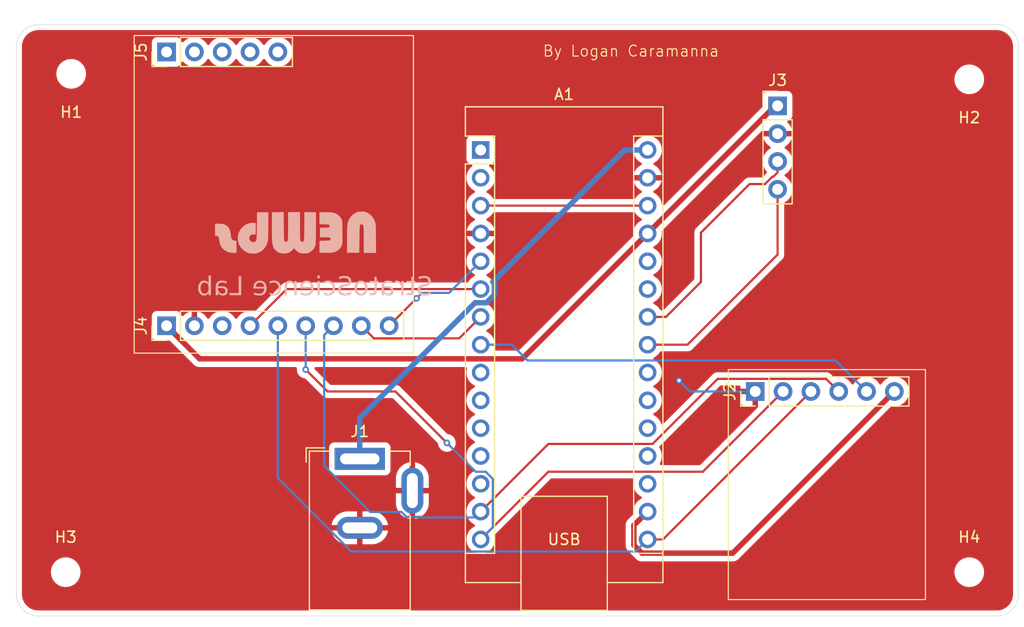
<source format=kicad_pcb>
(kicad_pcb (version 20241229) (generator "pcbnew") (generator_version "9.0")
  (layers (0 "F.Cu" signal) (2 "B.Cu" signal) (13 "F.Paste" user) (15 "B.Paste" user) (5 "F.SilkS" user "F.Silkscreen") (7 "B.SilkS" user "B.Silkscreen") (1 "F.Mask" user) (3 "B.Mask" user) (25 "Edge.Cuts" user))
  (net 0 "")
  (net 1 "Earth")
  (net 2 "/A3")
  (net 3 "/~{RESET}")
  (net 4 "/D10")
  (net 5 "/NANO_VIN")
  (net 6 "+3.3V")
  (net 7 "/LORA_RST")
  (net 8 "/G0")
  (net 9 "/D6")
  (net 10 "/D8")
  (net 11 "/D9")
  (net 12 "/SCK")
  (net 13 "/A7")
  (net 14 "/D0{slash}RX")
  (net 15 "/A2")
  (net 16 "/AREF")
  (net 17 "/D1{slash}TX")
  (net 18 "/BME_SCL")
  (net 19 "+5V")
  (net 20 "/LORA_CS")
  (net 21 "/D7")
  (net 22 "/BME_SDA")
  (net 23 "/A1")
  (net 24 "/MOSI")
  (net 25 "/A6")
  (net 26 "/SD_CS")
  (net 27 "/MISO")
  (net 28 "/A0")
  (footprint "Connector_PinHeader_2.54mm:PinHeader_1x06_P2.54mm_Vertical" (layer "F.Cu") (at 164.96 104.5 90)
    (property "Reference" "J2" (at 0 -2.33 90) (layer "F.SilkS"))
    (property "Value" "SD Card")
    (fp_line (start -1.33 -1.33) (end 0 -1.33) (stroke (width 0.12)) (layer "F.SilkS"))
    (fp_line (start -1.33 0) (end -1.33 -1.33) (stroke (width 0.12)) (layer "F.SilkS"))
    (fp_line (start 1.33 1.27) (end 1.33 14.03) (stroke (width 0.12)) (layer "F.SilkS"))
    (fp_line (start -1.33 1.27) (end 1.33 1.27) (stroke (width 0.12)) (layer "F.SilkS"))
    (fp_line (start -1.33 1.27) (end -1.33 14.03) (stroke (width 0.12)) (layer "F.SilkS"))
    (fp_line (start -1.33 14.03) (end 1.33 14.03) (stroke (width 0.12)) (layer "F.SilkS"))
    (pad "1" thru_hole rect (at 0 0 90) (size 1.7 1.7) (drill 1) (layers "*.Cu" "*.Mask") (net 1 "Earth"))
    (pad "2" thru_hole oval (at 0 2.54 90) (size 1.7 1.7) (drill 1) (layers "*.Cu" "*.Mask") (net 27 "/MISO"))
    (pad "3" thru_hole oval (at 0 5.08 90) (size 1.7 1.7) (drill 1) (layers "*.Cu" "*.Mask") (net 12 "/SCK"))
    (pad "4" thru_hole oval (at 0 7.62 90) (size 1.7 1.7) (drill 1) (layers "*.Cu" "*.Mask") (net 24 "/MOSI"))
    (pad "5" thru_hole oval (at 0 10.16 90) (size 1.7 1.7) (drill 1) (layers "*.Cu" "*.Mask") (net 26 "/SD_CS"))
    (pad "6" thru_hole oval (at 0 12.7 90) (size 1.7 1.7) (drill 1) (layers "*.Cu" "*.Mask") (net 6 "+3.3V"))
  )
  (footprint "Module:Arduino_Nano" (layer "F.Cu") (at 139.89 82.45)
    (property "Reference" "A1" (at 7.62 -5.08 0) (layer "F.SilkS"))
    (property "Value" "Arduino Nano v3")
    (fp_line (start -1.4 -3.94) (end -1.4 -1.27) (stroke (width 0.12)) (layer "F.SilkS"))
    (fp_line (start -1.4 1.27) (end -1.4 39.5) (stroke (width 0.12)) (layer "F.SilkS"))
    (fp_line (start -1.4 39.5) (end 3.68 39.5) (stroke (width 0.12)) (layer "F.SilkS"))
    (fp_line (start 1.27 -1.27) (end -1.4 -1.27) (stroke (width 0.12)) (layer "F.SilkS"))
    (fp_line (start 1.27 1.27) (end -1.4 1.27) (stroke (width 0.12)) (layer "F.SilkS"))
    (fp_line (start 1.27 1.27) (end 1.27 -1.27) (stroke (width 0.12)) (layer "F.SilkS"))
    (fp_line (start 1.27 1.27) (end 1.27 36.83) (stroke (width 0.12)) (layer "F.SilkS"))
    (fp_line (start 1.27 36.83) (end -1.4 36.83) (stroke (width 0.12)) (layer "F.SilkS"))
    (fp_line (start 3.68 31.62) (end 11.56 31.62) (stroke (width 0.12)) (layer "F.SilkS"))
    (fp_line (start 3.68 42.04) (end 3.68 31.62) (stroke (width 0.12)) (layer "F.SilkS"))
    (fp_line (start 11.56 31.62) (end 11.56 42.04) (stroke (width 0.12)) (layer "F.SilkS"))
    (fp_line (start 11.56 42.04) (end 3.68 42.04) (stroke (width 0.12)) (layer "F.SilkS"))
    (fp_line (start 13.97 -1.27) (end 13.97 36.83) (stroke (width 0.12)) (layer "F.SilkS"))
    (fp_line (start 13.97 -1.27) (end 16.64 -1.27) (stroke (width 0.12)) (layer "F.SilkS"))
    (fp_line (start 13.97 36.83) (end 16.64 36.83) (stroke (width 0.12)) (layer "F.SilkS"))
    (fp_line (start 16.64 -3.94) (end -1.4 -3.94) (stroke (width 0.12)) (layer "F.SilkS"))
    (fp_line (start 16.64 39.5) (end 11.56 39.5) (stroke (width 0.12)) (layer "F.SilkS"))
    (fp_line (start 16.64 39.5) (end 16.64 -3.94) (stroke (width 0.12)) (layer "F.SilkS"))
    (fp_text user "USB" (at 7.62 35.56 0) (layer "F.SilkS"))
    (pad "1" thru_hole rect (at 0 0) (size 1.6 1.6) (drill 1) (layers "*.Cu" "*.Mask") (net 17 "/D1{slash}TX"))
    (pad "2" thru_hole oval (at 0 2.54) (size 1.6 1.6) (drill 1) (layers "*.Cu" "*.Mask") (net 14 "/D0{slash}RX"))
    (pad "3" thru_hole oval (at 0 5.08) (size 1.6 1.6) (drill 1) (layers "*.Cu" "*.Mask") (net 3 "/~{RESET}"))
    (pad "4" thru_hole oval (at 0 7.62) (size 1.6 1.6) (drill 1) (layers "*.Cu" "*.Mask") (net 1 "Earth"))
    (pad "5" thru_hole oval (at 0 10.16) (size 1.6 1.6) (drill 1) (layers "*.Cu" "*.Mask") (net 7 "/LORA_RST"))
    (pad "6" thru_hole oval (at 0 12.7) (size 1.6 1.6) (drill 1) (layers "*.Cu" "*.Mask") (net 8 "/G0"))
    (pad "7" thru_hole oval (at 0 15.24) (size 1.6 1.6) (drill 1) (layers "*.Cu" "*.Mask") (net 20 "/LORA_CS"))
    (pad "8" thru_hole oval (at 0 17.78) (size 1.6 1.6) (drill 1) (layers "*.Cu" "*.Mask") (net 26 "/SD_CS"))
    (pad "9" thru_hole oval (at 0 20.32) (size 1.6 1.6) (drill 1) (layers "*.Cu" "*.Mask") (net 9 "/D6"))
    (pad "10" thru_hole oval (at 0 22.86) (size 1.6 1.6) (drill 1) (layers "*.Cu" "*.Mask") (net 21 "/D7"))
    (pad "11" thru_hole oval (at 0 25.4) (size 1.6 1.6) (drill 1) (layers "*.Cu" "*.Mask") (net 10 "/D8"))
    (pad "12" thru_hole oval (at 0 27.94) (size 1.6 1.6) (drill 1) (layers "*.Cu" "*.Mask") (net 11 "/D9"))
    (pad "13" thru_hole oval (at 0 30.48) (size 1.6 1.6) (drill 1) (layers "*.Cu" "*.Mask") (net 4 "/D10"))
    (pad "14" thru_hole oval (at 0 33.02) (size 1.6 1.6) (drill 1) (layers "*.Cu" "*.Mask") (net 24 "/MOSI"))
    (pad "15" thru_hole oval (at 0 35.56) (size 1.6 1.6) (drill 1) (layers "*.Cu" "*.Mask") (net 27 "/MISO"))
    (pad "16" thru_hole oval (at 15.24 35.56) (size 1.6 1.6) (drill 1) (layers "*.Cu" "*.Mask") (net 12 "/SCK"))
    (pad "17" thru_hole oval (at 15.24 33.02) (size 1.6 1.6) (drill 1) (layers "*.Cu" "*.Mask") (net 6 "+3.3V"))
    (pad "18" thru_hole oval (at 15.24 30.48) (size 1.6 1.6) (drill 1) (layers "*.Cu" "*.Mask") (net 16 "/AREF"))
    (pad "19" thru_hole oval (at 15.24 27.94) (size 1.6 1.6) (drill 1) (layers "*.Cu" "*.Mask") (net 28 "/A0"))
    (pad "20" thru_hole oval (at 15.24 25.4) (size 1.6 1.6) (drill 1) (layers "*.Cu" "*.Mask") (net 23 "/A1"))
    (pad "21" thru_hole oval (at 15.24 22.86) (size 1.6 1.6) (drill 1) (layers "*.Cu" "*.Mask") (net 15 "/A2"))
    (pad "22" thru_hole oval (at 15.24 20.32) (size 1.6 1.6) (drill 1) (layers "*.Cu" "*.Mask") (net 2 "/A3"))
    (pad "23" thru_hole oval (at 15.24 17.78) (size 1.6 1.6) (drill 1) (layers "*.Cu" "*.Mask") (net 22 "/BME_SDA"))
    (pad "24" thru_hole oval (at 15.24 15.24) (size 1.6 1.6) (drill 1) (layers "*.Cu" "*.Mask") (net 18 "/BME_SCL"))
    (pad "25" thru_hole oval (at 15.24 12.7) (size 1.6 1.6) (drill 1) (layers "*.Cu" "*.Mask") (net 25 "/A6"))
    (pad "26" thru_hole oval (at 15.24 10.16) (size 1.6 1.6) (drill 1) (layers "*.Cu" "*.Mask") (net 13 "/A7"))
    (pad "27" thru_hole oval (at 15.24 7.62) (size 1.6 1.6) (drill 1) (layers "*.Cu" "*.Mask") (net 19 "+5V"))
    (pad "28" thru_hole oval (at 15.24 5.08) (size 1.6 1.6) (drill 1) (layers "*.Cu" "*.Mask") (net 3 "/~{RESET}"))
    (pad "29" thru_hole oval (at 15.24 2.54) (size 1.6 1.6) (drill 1) (layers "*.Cu" "*.Mask") (net 1 "Earth"))
    (pad "30" thru_hole oval (at 15.24 0) (size 1.6 1.6) (drill 1) (layers "*.Cu" "*.Mask") (net 5 "/NANO_VIN"))
  )
  (footprint "MountingHole:MountingHole_2.2mm_M2" (layer "F.Cu") (at 184.5 121)
    (property "Reference" "H4" (at 0 -3.2 0) (layer "F.SilkS"))
    (property "Value" "M2 Screwhole" (hide yes))
    (pad "" np_thru_hole circle (at 0 0) (size 2.2 2.2) (drill 2.2) (layers "*.Cu" "*.Mask"))
  )
  (footprint "Connector_PinHeader_2.54mm:PinHeader_1x09_P2.54mm_Vertical" (layer "F.Cu") (at 111.21 98.5 90)
    (property "Reference" "J4" (at 0 -2.33 90) (layer "F.SilkS"))
    (property "Value" "LoRa")
    (fp_line (start -1.33 -1.33) (end 0 -1.33) (stroke (width 0.12)) (layer "F.SilkS"))
    (fp_line (start -1.33 0) (end -1.33 -1.33) (stroke (width 0.12)) (layer "F.SilkS"))
    (fp_line (start 1.33 1.27) (end 1.33 21.65) (stroke (width 0.12)) (layer "F.SilkS"))
    (fp_line (start -1.33 1.27) (end 1.33 1.27) (stroke (width 0.12)) (layer "F.SilkS"))
    (fp_line (start -1.33 1.27) (end -1.33 21.65) (stroke (width 0.12)) (layer "F.SilkS"))
    (fp_line (start -1.33 21.65) (end 1.33 21.65) (stroke (width 0.12)) (layer "F.SilkS"))
    (pad "1" thru_hole rect (at 0 0 90) (size 1.7 1.7) (drill 1) (layers "*.Cu" "*.Mask") (net 19 "+5V"))
    (pad "2" thru_hole oval (at 0 2.54 90) (size 1.7 1.7) (drill 1) (layers "*.Cu" "*.Mask") (net 1 "Earth"))
    (pad "3" thru_hole oval (at 0 5.08 90) (size 1.7 1.7) (drill 1) (layers "*.Cu" "*.Mask"))
    (pad "4" thru_hole oval (at 0 7.62 90) (size 1.7 1.7) (drill 1) (layers "*.Cu" "*.Mask") (net 8 "/G0"))
    (pad "5" thru_hole oval (at 0 10.16 90) (size 1.7 1.7) (drill 1) (layers "*.Cu" "*.Mask") (net 12 "/SCK"))
    (pad "6" thru_hole oval (at 0 12.7 90) (size 1.7 1.7) (drill 1) (layers "*.Cu" "*.Mask") (net 27 "/MISO"))
    (pad "7" thru_hole oval (at 0 15.24 90) (size 1.7 1.7) (drill 1) (layers "*.Cu" "*.Mask") (net 24 "/MOSI"))
    (pad "8" thru_hole oval (at 0 17.78 90) (size 1.7 1.7) (drill 1) (layers "*.Cu" "*.Mask") (net 20 "/LORA_CS"))
    (pad "9" thru_hole oval (at 0 20.32 90) (size 1.7 1.7) (drill 1) (layers "*.Cu" "*.Mask") (net 7 "/LORA_RST"))
  )
  (footprint "MountingHole:MountingHole_2.2mm_M2" (layer "F.Cu") (at 184.5 76)
    (property "Reference" "H2" (at 0 3.5 0) (layer "F.SilkS"))
    (property "Value" "M2 Screwhole" (hide yes))
    (pad "" np_thru_hole circle (at 0 0) (size 2.2 2.2) (drill 2.2) (layers "*.Cu" "*.Mask"))
  )
  (footprint "Connector_BarrelJack:BarrelJack_GCT_DCJ200-10-A_Horizontal" (layer "F.Cu") (at 128.85 110.65)
    (property "Reference" "J1" (at 0 -2.5 0) (layer "F.SilkS"))
    (property "Value" "Arduino DC Jack (6-12v)" (hide yes))
    (fp_line (start -4.9 -1) (end -4.9 0.3) (stroke (width 0.12)) (layer "F.SilkS"))
    (fp_line (start -4.6 -0.7) (end -2.6 -0.7) (stroke (width 0.12)) (layer "F.SilkS"))
    (fp_line (start -4.6 13.8) (end -4.6 -0.7) (stroke (width 0.12)) (layer "F.SilkS"))
    (fp_line (start -3.2 -1) (end -4.9 -1) (stroke (width 0.12)) (layer "F.SilkS"))
    (fp_line (start 2.6 -0.7) (end 4.6 -0.7) (stroke (width 0.12)) (layer "F.SilkS"))
    (fp_line (start 4.6 -0.7) (end 4.6 0.6) (stroke (width 0.12)) (layer "F.SilkS"))
    (fp_line (start 4.6 5.2) (end 4.6 13.8) (stroke (width 0.12)) (layer "F.SilkS"))
    (fp_line (start 4.6 13.8) (end -4.6 13.8) (stroke (width 0.12)) (layer "F.SilkS"))
    (pad "1" thru_hole rect (at 0 0) (size 4.6 2) (drill oval 3.6 1) (layers "*.Cu" "*.Mask") (net 5 "/NANO_VIN"))
    (pad "2" thru_hole oval (at 0 6.3) (size 4.2 2) (drill oval 3.2 1) (layers "*.Cu" "*.Mask") (net 1 "Earth"))
    (pad "3" thru_hole oval (at 4.8 2.9) (size 2 4.2) (drill oval 1 3.2) (layers "*.Cu" "*.Mask") (net 1 "Earth"))
  )
  (footprint "Connector_PinHeader_2.54mm:PinHeader_1x04_P2.54mm_Vertical" (layer "F.Cu") (at 167 78.42)
    (property "Reference" "J3" (at 0 -2.33 0) (layer "F.SilkS"))
    (property "Value" "BME280")
    (fp_line (start -1.33 -1.33) (end 0 -1.33) (stroke (width 0.12)) (layer "F.SilkS"))
    (fp_line (start -1.33 0) (end -1.33 -1.33) (stroke (width 0.12)) (layer "F.SilkS"))
    (fp_line (start -1.33 1.27) (end -1.33 8.95) (stroke (width 0.12)) (layer "F.SilkS"))
    (fp_line (start -1.33 1.27) (end 1.33 1.27) (stroke (width 0.12)) (layer "F.SilkS"))
    (fp_line (start -1.33 8.95) (end 1.33 8.95) (stroke (width 0.12)) (layer "F.SilkS"))
    (fp_line (start 1.33 1.27) (end 1.33 8.95) (stroke (width 0.12)) (layer "F.SilkS"))
    (pad "1" thru_hole rect (at 0 0) (size 1.7 1.7) (drill 1) (layers "*.Cu" "*.Mask") (net 19 "+5V"))
    (pad "2" thru_hole oval (at 0 2.54) (size 1.7 1.7) (drill 1) (layers "*.Cu" "*.Mask") (net 1 "Earth"))
    (pad "3" thru_hole oval (at 0 5.08) (size 1.7 1.7) (drill 1) (layers "*.Cu" "*.Mask") (net 18 "/BME_SCL"))
    (pad "4" thru_hole oval (at 0 7.62) (size 1.7 1.7) (drill 1) (layers "*.Cu" "*.Mask") (net 22 "/BME_SDA"))
  )
  (footprint "Connector_PinHeader_2.54mm:PinHeader_1x05_P2.54mm_Vertical" (layer "F.Cu") (at 111.21 73.5 90)
    (property "Reference" "J5" (at 0 -2.33 90) (layer "F.SilkS"))
    (property "Value" "LoRa G pins")
    (fp_line (start -1.33 -1.33) (end 0 -1.33) (stroke (width 0.12)) (layer "F.SilkS"))
    (fp_line (start -1.33 0) (end -1.33 -1.33) (stroke (width 0.12)) (layer "F.SilkS"))
    (fp_line (start 1.33 1.27) (end 1.33 11.49) (stroke (width 0.12)) (layer "F.SilkS"))
    (fp_line (start -1.33 1.27) (end 1.33 1.27) (stroke (width 0.12)) (layer "F.SilkS"))
    (fp_line (start -1.33 1.27) (end -1.33 11.49) (stroke (width 0.12)) (layer "F.SilkS"))
    (fp_line (start -1.33 11.49) (end 1.33 11.49) (stroke (width 0.12)) (layer "F.SilkS"))
    (pad "1" thru_hole rect (at 0 0 90) (size 1.7 1.7) (drill 1) (layers "*.Cu" "*.Mask"))
    (pad "2" thru_hole oval (at 0 2.54 90) (size 1.7 1.7) (drill 1) (layers "*.Cu" "*.Mask"))
    (pad "3" thru_hole oval (at 0 5.08 90) (size 1.7 1.7) (drill 1) (layers "*.Cu" "*.Mask"))
    (pad "4" thru_hole oval (at 0 7.62 90) (size 1.7 1.7) (drill 1) (layers "*.Cu" "*.Mask"))
    (pad "5" thru_hole oval (at 0 10.16 90) (size 1.7 1.7) (drill 1) (layers "*.Cu" "*.Mask"))
  )
  (footprint "MountingHole:MountingHole_2.2mm_M2" (layer "F.Cu") (at 102 121)
    (property "Reference" "H3" (at 0 -3.2 0) (layer "F.SilkS"))
    (property "Value" "M2 Screwhole" (hide yes))
    (pad "" np_thru_hole circle (at 0 0) (size 2.2 2.2) (drill 2.2) (layers "*.Cu" "*.Mask"))
  )
  (footprint "MountingHole:MountingHole_2.2mm_M2" (layer "F.Cu") (at 102.5 75.5)
    (property "Reference" "H1" (at 0 3.5 0) (layer "F.SilkS"))
    (property "Value" "M2 Screwhole" (hide yes))
    (pad "" np_thru_hole circle (at 0 0) (size 2.2 2.2) (drill 2.2) (layers "*.Cu" "*.Mask"))
  )
  (footprint "LOGO" (layer "B.Cu") (at 123 90 180)
    (property "Reference" "G***" (hide yes))
    (property "Value" "LOGO" (hide yes))
    (fp_poly (pts (xy 7.365394 0.272792) (xy 7.365394 -0.272792) (xy 7.272131 -0.272792) (xy 7.187705 -0.295146) (xy 7.101559 -0.351203) (xy 7.032954 -0.424457) (xy 7.001152 -0.498402) (xy 7.000735 -0.505365) (xy 6.989442 -0.655219) (xy 6.963185 -0.824779) (xy 6.926696 -0.990419) (xy 6.884708 -1.128513) (xy 6.867454 -1.170701) (xy 6.743627 -1.371089) (xy 6.571918 -1.545112) (xy 6.361962 -1.685548) (xy 6.123396 -1.785177) (xy 6.007518 -1.815143) (xy 5.881588 -1.835205) (xy 5.746907 -1.846355) (xy 5.617839 -1.84872) (xy 5.508748 -1.842423) (xy 5.433996 -1.827591) (xy 5.408668 -1.809925) (xy 5.404186 -1.767874) (xy 5.401232 -1.676088) (xy 5.399937 -1.545437) (xy 5.400432 -1.38679) (xy 5.402042 -1.256763) (xy 5.410382 -0.742601) (xy 5.576542 -0.722323) (xy 5.719596 -0.686904) (xy 5.816071 -0.616939) (xy 5.873239 -0.505074) (xy 5.893273 -0.402179) (xy 5.926406 -0.149243) (xy 5.961938 0.052601) (xy 6.003259 0.212875) (xy 6.053757 0.341098) (xy 6.116822 0.446793) (xy 6.195841 0.539479) (xy 6.245154 0.586409) (xy 6.368465 0.681927) (xy 6.500201 0.748989) (xy 6.653566 0.791471) (xy 6.841763 0.813249) (xy 7.035462 0.818377) (xy 7.365394 0.818377)) (fill yes) (layer "B.SilkS"))
    (fp_poly (pts (xy -5.854793 1.923444) (xy -5.749143 1.917285) (xy -5.666731 1.902642) (xy -5.588874 1.875935) (xy -5.496888 1.833583) (xy -5.477571 1.824111) (xy -5.243026 1.675545) (xy -5.044292 1.48051) (xy -4.885252 1.244067) (xy -4.769789 0.971277) (xy -4.738536 0.86072) (xy -4.725366 0.80028) (xy -4.714551 0.731424) (xy -4.705855 0.64779) (xy -4.699042 0.543017) (xy -4.693879 0.410745) (xy -4.690131 0.244614) (xy -4.687561 0.038262) (xy -4.685935 -0.214672) (xy -4.685019 -0.520547) (xy -4.684896 -0.59105) (xy -4.682936 -1.833771) (xy -5.243675 -1.833771) (xy -5.804415 -1.833771) (xy -5.81957 -0.588096) (xy -5.823524 -0.266304) (xy -5.827376 0.000042) (xy -5.831935 0.216111) (xy -5.83801 0.387071) (xy -5.846409 0.518089) (xy -5.857941 0.614334) (xy -5.873413 0.680974) (xy -5.893635 0.723177) (xy -5.919415 0.74611) (xy -5.95156 0.754943) (xy -5.990881 0.754843) (xy -6.029148 0.751712) (xy -6.071498 0.746309) (xy -6.106673 0.734369) (xy -6.135348 0.710682) (xy -6.158197 0.670042) (xy -6.175894 0.60724) (xy -6.189115 0.517068) (xy -6.198534 0.394318) (xy -6.204825 0.233782) (xy -6.208663 0.030252) (xy -6.210722 -0.22148) (xy -6.211677 -0.526622) (xy -6.211893 -0.659248) (xy -6.213604 -1.848926) (xy -6.776362 -1.848926) (xy -7.33912 -1.848926) (xy -7.327897 -0.538007) (xy -7.324921 -0.215995) (xy -7.321832 0.051387) (xy -7.318361 0.270128) (xy -7.314242 0.446219) (xy -7.309206 0.58565) (xy -7.302986 0.694409) (xy -7.295314 0.778488) (xy -7.285923 0.843876) (xy -7.274544 0.896563) (xy -7.261877 0.939618) (xy -7.148188 1.218567) (xy -7.004971 1.447921) (xy -6.82762 1.633343) (xy -6.611531 1.7805) (xy -6.55379 1.810557) (xy -6.447108 1.861794) (xy -6.363763 1.894835) (xy -6.284514 1.913663) (xy -6.190115 1.922263) (xy -6.061325 1.924616) (xy -6.002367 1.924702)) (fill yes) (layer "B.SilkS"))
    (fp_poly (pts (xy -2.167184 1.864081) (xy -2.167184 1.318496) (xy -2.167184 0.772912) (xy -2.600266 0.757757) (xy -2.783256 0.750103) (xy -2.914244 0.740131) (xy -3.001847 0.725088) (xy -3.054682 0.702217) (xy -3.081366 0.668764) (xy -3.090516 0.621973) (xy -3.091183 0.600793) (xy -3.083319 0.545301) (xy -3.053195 0.505492) (xy -2.992767 0.478951) (xy -2.893991 0.463262) (xy -2.748823 0.45601) (xy -2.604518 0.454654) (xy -2.212649 0.454654) (xy -2.212649 0.015155) (xy -2.212649 -0.424344) (xy -2.661241 -0.424344) (xy -2.851436 -0.425678) (xy -2.989267 -0.431103) (xy -3.082961 -0.442747) (xy -3.140744 -0.46274) (xy -3.17084 -0.493213) (xy -3.181475 -0.536296) (xy -3.182113 -0.559224) (xy -3.178462 -0.613607) (xy -3.162908 -0.653579) (xy -3.127148 -0.681741) (xy -3.062883 -0.700699) (xy -2.961811 -0.713056) (xy -2.815631 -0.721414) (xy -2.64575 -0.727446) (xy -2.167184 -0.742601) (xy -2.167184 -1.288186) (xy -2.167184 -1.833771) (xy -2.727924 -1.839684) (xy -2.967102 -1.840336) (xy -3.153839 -1.83636) (xy -3.296165 -1.82734) (xy -3.402113 -1.81286) (xy -3.447772 -1.802423) (xy -3.691624 -1.710231) (xy -3.901239 -1.577899) (xy -4.069696 -1.411221) (xy -4.190077 -1.21599) (xy -4.212275 -1.162262) (xy -4.229605 -1.113525) (xy -4.243428 -1.065193) (xy -4.254069 -1.010216) (xy -4.261851 -0.941542) (xy -4.267099 -0.852121) (xy -4.270137 -0.734901) (xy -4.271288 -0.582833) (xy -4.270875 -0.388864) (xy -4.269224 -0.145945) (xy -4.267627 0.042921) (xy -4.265068 0.321073) (xy -4.262457 0.545533) (xy -4.259336 0.72323) (xy -4.255244 0.86109) (xy -4.24972 0.966041) (xy -4.242303 1.04501) (xy -4.232535 1.104926) (xy -4.219954 1.152715) (xy -4.2041 1.195305) (xy -4.188723 1.230351) (xy -4.099815 1.377257) (xy -3.972808 1.524325) (xy -3.82684 1.651748) (xy -3.710001 1.725855) (xy -3.563916 1.786736) (xy -3.391769 1.830606) (xy -3.185085 1.858648) (xy -2.93539 1.872041) (xy -2.658101 1.872402)) (fill yes) (layer "B.SilkS"))
    (fp_poly (pts (xy 3.546301 0.62136) (xy 3.550446 0.293851) (xy 3.554731 0.021554) (xy 3.559991 -0.200936) (xy 3.567061 -0.379022) (xy 3.576773 -0.518109) (xy 3.589964 -0.623602) (xy 3.607466 -0.700905) (xy 3.630114 -0.755422) (xy 3.658743 -0.792557) (xy 3.694187 -0.817716) (xy 3.737279 -0.836302) (xy 3.773206 -0.848548) (xy 3.914602 -0.869307) (xy 4.040712 -0.831916) (xy 4.151236 -0.739417) (xy 4.226372 -0.613533) (xy 4.242274 -0.477042) (xy 4.198441 -0.334332) (xy 4.197458 -0.332421) (xy 4.113595 -0.228672) (xy 3.993391 -0.172371) (xy 3.836048 -0.163285) (xy 3.697852 -0.186196) (xy 3.681116 -0.182648) (xy 3.668579 -0.157776) (xy 3.659443 -0.103876) (xy 3.652906 -0.013245) (xy 3.648167 0.12182) (xy 3.644425 0.309023) (xy 3.64407 0.331168) (xy 3.64198 0.53511) (xy 3.643298 0.685314) (xy 3.648397 0.788583) (xy 3.65765 0.851723) (xy 3.671431 0.881538) (xy 3.674381 0.883866) (xy 3.74125 0.902484) (xy 3.851373 0.908005) (xy 3.988952 0.901042) (xy 4.138192 0.882211) (xy 4.24358 0.861743) (xy 4.49334 0.775128) (xy 4.718462 0.638915) (xy 4.913901 0.460871) (xy 5.074613 0.248764) (xy 5.195553 0.010364) (xy 5.271676 -0.246562) (xy 5.297937 -0.514246) (xy 5.279288 -0.733066) (xy 5.201408 -1.016511) (xy 5.071954 -1.27225) (xy 4.895253 -1.494528) (xy 4.675631 -1.67759) (xy 4.489534 -1.783705) (xy 4.378688 -1.834269) (xy 4.288716 -1.867005) (xy 4.199246 -1.88631) (xy 4.089902 -1.89658) (xy 3.940334 -1.90221) (xy 3.769029 -1.903588) (xy 3.640528 -1.895852) (xy 3.537468 -1.87732) (xy 3.470129 -1.856655) (xy 3.203808 -1.733014) (xy 2.97959 -1.566558) (xy 2.796632 -1.356327) (xy 2.654086 -1.101359) (xy 2.555742 -0.818377) (xy 2.542443 -0.762034) (xy 2.531531 -0.698161) (xy 2.522769 -0.620431) (xy 2.51592 -0.522515) (xy 2.510748 -0.398087) (xy 2.507017 -0.240818) (xy 2.504489 -0.044382) (xy 2.502929 0.197549) (xy 2.502099 0.491303) (xy 2.501923 0.62136) (xy 2.500597 1.864081) (xy 3.015871 1.864081) (xy 3.531146 1.864081)) (fill yes) (layer "B.SilkS"))
    (fp_poly (pts (xy 1.630405 1.872353) (xy 2.167184 1.864081) (xy 2.175453 0.727446) (xy 2.177412 0.321753) (xy 2.176492 -0.028456) (xy 2.171988 -0.328279) (xy 2.163196 -0.582814) (xy 2.149414 -0.797157) (xy 2.129937 -0.976408) (xy 2.104062 -1.125663) (xy 2.071086 -1.25002) (xy 2.030305 -1.354576) (xy 1.981015 -1.44443) (xy 1.922514 -1.524679) (xy 1.854195 -1.600319) (xy 1.702716 -1.733608) (xy 1.545019 -1.823686) (xy 1.364535 -1.877533) (xy 1.144693 -1.902126) (xy 1.136635 -1.902517) (xy 0.909643 -1.899717) (xy 0.720976 -1.863835) (xy 0.554781 -1.788984) (xy 0.395204 -1.66928) (xy 0.322282 -1.600163) (xy 0.143998 -1.421878) (xy 0.095525 -1.491428) (xy -0.032518 -1.634087) (xy -0.202761 -1.762537) (xy -0.287947 -1.811461) (xy -0.37404 -1.851325) (xy -0.459811 -1.876528) (xy -0.564852 -1.89098) (xy -0.708753 -1.898591) (xy -0.727446 -1.899168) (xy -0.86237 -1.900355) (xy -0.981759 -1.896397) (xy -1.067445 -1.88811) (xy -1.091169 -1.882865) (xy -1.321789 -1.776761) (xy -1.517931 -1.623799) (xy -1.673532 -1.430671) (xy -1.782527 -1.20407) (xy -1.817404 -1.081422) (xy -1.82429 -1.020162) (xy -1.830589 -0.903801) (xy -1.836185 -0.737855) (xy -1.840962 -0.527842) (xy -1.844806 -0.279279) (xy -1.847601 0.002318) (xy -1.849233 0.31143) (xy -1.849558 0.459084) (xy -1.851344 1.864081) (xy -1.321215 1.872352) (xy -0.791087 1.880623) (xy -0.781999 0.581208) (xy -0.779673 0.253856) (xy -0.777214 -0.018025) (xy -0.77391 -0.239583) (xy -0.769054 -0.415965) (xy -0.761935 -0.552319) (xy -0.751844 -0.653791) (xy -0.73807 -0.72553) (xy -0.719905 -0.772683) (xy -0.696639 -0.800397) (xy -0.667563 -0.813819) (xy -0.631966 -0.818096) (xy -0.589139 -0.818377) (xy -0.589057 -0.818377) (xy -0.543694 -0.817809) (xy -0.505973 -0.812691) (xy -0.475191 -0.797903) (xy -0.450641 -0.768326) (xy -0.43162 -0.718841) (xy -0.417422 -0.644328) (xy -0.407341 -0.539666) (xy -0.400674 -0.399737) (xy -0.396715 -0.219421) (xy -0.394758 0.006402) (xy -0.394099 0.282851) (xy -0.394033 0.597794) (xy -0.394033 1.879236) (xy 0.151551 1.879236) (xy 0.697136 1.879236) (xy 0.697136 0.597794) (xy 0.697214 0.268385) (xy 0.697919 -0.005524) (xy 0.699956 -0.229051) (xy 0.704029 -0.407317) (xy 0.710843 -0.54544) (xy 0.721105 -0.648542) (xy 0.735518 -0.72174) (xy 0.754788 -0.770156) (xy 0.77962 -0.798907) (xy 0.810718 -0.813115) (xy 0.848789 -0.817899) (xy 0.89216 -0.818377) (xy 0.935005 -0.8181) (xy 0.970617 -0.813837) (xy 0.999705 -0.800441) (xy 1.022978 -0.772765) (xy 1.041143 -0.725661) (xy 1.054909 -0.653982) (xy 1.064985 -0.552581) (xy 1.07208 -0.41631) (xy 1.076902 -0.240022) (xy 1.080159 -0.018569) (xy 1.082561 0.253196) (xy 1.084815 0.580419) (xy 1.084821 0.581212) (xy 1.093627 1.880625)) (fill yes) (layer "B.SilkS"))
  )
  (gr_rect (start 162.5 102.5) (end 180.5 123.5) (stroke (width 0.1)) (fill no) (layer "F.SilkS"))
  (gr_rect (start 108.25 72) (end 133.75 101) (stroke (width 0.1)) (fill no) (layer "F.SilkS"))
  (gr_arc (start 189 123) (mid 188.414214 124.414214) (end 187 125) (stroke (width 0.05)) (layer "Edge.Cuts"))
  (gr_arc (start 187 71) (mid 188.414214 71.585786) (end 189 73) (stroke (width 0.05)) (layer "Edge.Cuts"))
  (gr_arc (start 99.5 125) (mid 98.085786 124.414214) (end 97.5 123) (stroke (width 0.05)) (layer "Edge.Cuts"))
  (gr_line (start 187 125) (end 99.5 125) (stroke (width 0.05)) (layer "Edge.Cuts"))
  (gr_line (start 99.5 71) (end 187 71) (stroke (width 0.05)) (layer "Edge.Cuts"))
  (gr_line (start 189 73) (end 189 123) (stroke (width 0.05)) (layer "Edge.Cuts"))
  (gr_arc (start 97.5 73) (mid 98.085786 71.585786) (end 99.5 71) (stroke (width 0.05)) (layer "Edge.Cuts"))
  (gr_line (start 97.5 123) (end 97.5 73) (stroke (width 0.05)) (layer "Edge.Cuts"))
  (gr_text "By Logan Caramanna" (at 145.5 74 0) (layer "F.SilkS") (effects (font (size 1 1) (thickness 0.1)) (justify left bottom)))
  (gr_text "StratoScience Lab" (at 135.5 96 -0) (layer "B.SilkS") (effects (font (size 1.7 1.7) (thickness 0.1)) (justify left bottom mirror)))
  (via (at 158 103.5) (size 0.6) (drill 0.3) (layers "F.Cu" "B.Cu") (net 1))
  (segment (start 159 104.5) (end 158 103.5) (width 0.2) (layer "B.Cu") (net 1))
  (segment (start 164.96 104.5) (end 159 104.5) (width 0.2) (layer "B.Cu") (net 1))
  (segment (start 139.89 87.53) (end 155.13 87.53) (width 0.2) (layer "F.Cu") (net 3))
  (segment (start 128.85 110.65) (end 128.85 110.15) (width 0.2) (layer "F.Cu") (net 5))
  (segment (start 140.408182 96.401) (end 141.141 95.668182) (width 0.5) (layer "B.Cu") (net 5))
  (segment (start 141.141 95.668182) (end 141.141 94.631818) (width 0.5) (layer "B.Cu") (net 5))
  (segment (start 153.05 82.45) (end 155.13 82.45) (width 0.5) (layer "B.Cu") (net 5))
  (segment (start 139.371818 96.401) (end 140.408182 96.401) (width 0.5) (layer "B.Cu") (net 5))
  (segment (start 128.85 110.15) (end 128.85 110.65) (width 0.2) (layer "B.Cu") (net 5))
  (segment (start 128.85 110.65) (end 128.85 106.922818) (width 0.5) (layer "B.Cu") (net 5))
  (segment (start 141.141 94.631818) (end 141.004591 94.495409) (width 0.5) (layer "B.Cu") (net 5))
  (segment (start 128.85 106.922818) (end 139.371818 96.401) (width 0.5) (layer "B.Cu") (net 5))
  (segment (start 141.004591 94.495409) (end 153.05 82.45) (width 0.5) (layer "B.Cu") (net 5))
  (segment (start 153.879 118.528182) (end 153.879 116.721) (width 0.5) (layer "F.Cu") (net 6))
  (segment (start 154.611818 119.261) (end 153.879 118.528182) (width 0.5) (layer "F.Cu") (net 6))
  (segment (start 153.879 116.721) (end 155.13 115.47) (width 0.5) (layer "F.Cu") (net 6))
  (segment (start 162.899 119.261) (end 154.611818 119.261) (width 0.5) (layer "F.Cu") (net 6))
  (segment (start 177.66 104.5) (end 162.899 119.261) (width 0.5) (layer "F.Cu") (net 6))
  (segment (start 134.03 96) (end 131.53 98.5) (width 0.2) (layer "F.Cu") (net 7))
  (via (at 134.03 96) (size 0.6) (drill 0.3) (layers "F.Cu" "B.Cu") (net 7))
  (segment (start 137 95.5) (end 139.89 92.61) (width 0.2) (layer "B.Cu") (net 7))
  (segment (start 134.53 95.5) (end 137 95.5) (width 0.2) (layer "B.Cu") (net 7))
  (segment (start 134.03 96) (end 134.53 95.5) (width 0.2) (layer "B.Cu") (net 7))
  (segment (start 118.83 98.5) (end 122.18 95.15) (width 0.2) (layer "F.Cu") (net 8))
  (segment (start 122.18 95.15) (end 139.89 95.15) (width 0.2) (layer "F.Cu") (net 8))
  (segment (start 170.04 104.5) (end 156.53 118.01) (width 0.2) (layer "F.Cu") (net 12))
  (segment (start 156.53 118.01) (end 155.13 118.01) (width 0.2) (layer "F.Cu") (net 12))
  (segment (start 128.071108 119.111) (end 154.029 119.111) (width 0.2) (layer "B.Cu") (net 12))
  (segment (start 121.37 112.409892) (end 128.071108 119.111) (width 0.2) (layer "B.Cu") (net 12))
  (segment (start 121.37 98.5) (end 121.37 112.409892) (width 0.2) (layer "B.Cu") (net 12))
  (segment (start 154.029 119.111) (end 155.13 118.01) (width 0.2) (layer "B.Cu") (net 12))
  (segment (start 166.611 84.889) (end 166.52324 84.889) (width 0.2) (layer "F.Cu") (net 18))
  (segment (start 165.849 85.56324) (end 164.43676 85.56324) (width 0.2) (layer "F.Cu") (net 18))
  (segment (start 160 90) (end 160 94.5) (width 0.2) (layer "F.Cu") (net 18))
  (segment (start 164.43676 85.56324) (end 160 90) (width 0.2) (layer "F.Cu") (net 18))
  (segment (start 166.52324 84.889) (end 165.849 85.56324) (width 0.2) (layer "F.Cu") (net 18))
  (segment (start 167 84.5) (end 166.611 84.889) (width 0.2) (layer "F.Cu") (net 18))
  (segment (start 160 94.5) (end 156.81 97.69) (width 0.2) (layer "F.Cu") (net 18))
  (segment (start 167 83.5) (end 167 84.5) (width 0.2) (layer "F.Cu") (net 18))
  (segment (start 156.81 97.69) (end 155.13 97.69) (width 0.2) (layer "F.Cu") (net 18))
  (segment (start 143.681 101.519) (end 155.13 90.07) (width 0.5) (layer "F.Cu") (net 19))
  (segment (start 166.78 78.42) (end 167 78.42) (width 0.5) (layer "F.Cu") (net 19))
  (segment (start 155.13 90.07) (end 166.78 78.42) (width 0.5) (layer "F.Cu") (net 19))
  (segment (start 111.21 98.5) (end 114.229 101.519) (width 0.5) (layer "F.Cu") (net 19))
  (segment (start 114.229 101.519) (end 143.681 101.519) (width 0.5) (layer "F.Cu") (net 19))
  (segment (start 130.141 99.651) (end 137.929 99.651) (width 0.2) (layer "F.Cu") (net 20))
  (segment (start 137.929 99.651) (end 139.89 97.69) (width 0.2) (layer "F.Cu") (net 20))
  (segment (start 128.99 98.5) (end 130.141 99.651) (width 0.2) (layer "F.Cu") (net 20))
  (segment (start 167 92) (end 158.77 100.23) (width 0.2) (layer "F.Cu") (net 22))
  (segment (start 167 86.04) (end 167 92) (width 0.2) (layer "F.Cu") (net 22))
  (segment (start 158.77 100.23) (end 155.13 100.23) (width 0.2) (layer "F.Cu") (net 22))
  (segment (start 155.58605 109.289) (end 146.071 109.289) (width 0.2) (layer "F.Cu") (net 24))
  (segment (start 171.429 103.349) (end 161.52605 103.349) (width 0.2) (layer "F.Cu") (net 24))
  (segment (start 172.58 104.5) (end 171.429 103.349) (width 0.2) (layer "F.Cu") (net 24))
  (segment (start 146.071 109.289) (end 139.89 115.47) (width 0.2) (layer "F.Cu") (net 24))
  (segment (start 161.52605 103.349) (end 155.58605 109.289) (width 0.2) (layer "F.Cu") (net 24))
  (segment (start 129.798 115.5) (end 132.660108 115.5) (width 0.2) (layer "B.Cu") (net 24))
  (segment (start 134.5 116) (end 139.36 116) (width 0.2) (layer "B.Cu") (net 24))
  (segment (start 125.6 111.302) (end 129.798 115.5) (width 0.2) (layer "B.Cu") (net 24))
  (segment (start 126.45 98.5) (end 125.6 99.35) (width 0.2) (layer "B.Cu") (net 24))
  (segment (start 125.6 99.35) (end 125.6 111.302) (width 0.2) (layer "B.Cu") (net 24))
  (segment (start 133.111108 115.951) (end 134.451 115.951) (width 0.2) (layer "B.Cu") (net 24))
  (segment (start 139.36 116) (end 139.89 115.47) (width 0.2) (layer "B.Cu") (net 24))
  (segment (start 134.451 115.951) (end 134.5 116) (width 0.2) (layer "B.Cu") (net 24))
  (segment (start 132.660108 115.5) (end 133.111108 115.951) (width 0.2) (layer "B.Cu") (net 24))
  (segment (start 142.73 100.23) (end 139.89 100.23) (width 0.2) (layer "B.Cu") (net 26))
  (segment (start 175.12 104.5) (end 172.289 101.669) (width 0.2) (layer "B.Cu") (net 26))
  (segment (start 144.169 101.669) (end 142.73 100.23) (width 0.2) (layer "B.Cu") (net 26))
  (segment (start 172.289 101.669) (end 144.169 101.669) (width 0.2) (layer "B.Cu") (net 26))
  (segment (start 123.91 102.5) (end 125.91 104.5) (width 0.2) (layer "F.Cu") (net 27))
  (segment (start 125.91 104.5) (end 132.10495 104.5) (width 0.2) (layer "F.Cu") (net 27))
  (segment (start 167.5 104.5) (end 160.171 111.829) (width 0.2) (layer "F.Cu") (net 27))
  (segment (start 160.171 111.829) (end 146.071 111.829) (width 0.2) (layer "F.Cu") (net 27))
  (segment (start 146.071 111.829) (end 139.89 118.01) (width 0.2) (layer "F.Cu") (net 27))
  (segment (start 132.10495 104.5) (end 136.802475 109.197525) (width 0.2) (layer "F.Cu") (net 27))
  (via (at 136.802475 109.197525) (size 0.6) (drill 0.3) (layers "F.Cu" "B.Cu") (net 27))
  (via (at 123.91 102.5) (size 0.6) (drill 0.3) (layers "F.Cu" "B.Cu") (net 27))
  (segment (start 140.34605 111.829) (end 141 112.48295) (width 0.2) (layer "B.Cu") (net 27))
  (segment (start 136.802475 109.197525) (end 139.43395 111.829) (width 0.2) (layer "B.Cu") (net 27))
  (segment (start 141 116.9) (end 139.89 118.01) (width 0.2) (layer "B.Cu") (net 27))
  (segment (start 141 112.48295) (end 141 116.9) (width 0.2) (layer "B.Cu") (net 27))
  (segment (start 139.43395 111.829) (end 140.34605 111.829) (width 0.2) (layer "B.Cu") (net 27))
  (segment (start 123.91 102.5) (end 123.91 98.5) (width 0.2) (layer "B.Cu") (net 27))
  (zone (net 1) (net_name "Earth") (layer "F.Cu") (connect_pads (clearance 0.5)) (min_thickness 0.25) (fill yes (thermal_gap 0.5) (thermal_bridge_width 0.5))
    (polygon (pts (xy 189.5 96) (xy 189 71) (xy 96.5 70.5) (xy 96 125.5) (xy 189.5 126)))
  )
)
</source>
